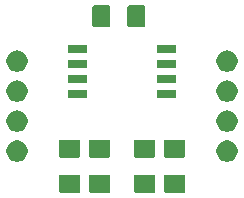
<source format=gbr>
G04 #@! TF.GenerationSoftware,KiCad,Pcbnew,5.1.5-52549c5~84~ubuntu18.04.1*
G04 #@! TF.CreationDate,2019-12-27T14:58:41-07:00*
G04 #@! TF.ProjectId,001,3030312e-6b69-4636-9164-5f7063625858,rev?*
G04 #@! TF.SameCoordinates,Original*
G04 #@! TF.FileFunction,Soldermask,Top*
G04 #@! TF.FilePolarity,Negative*
%FSLAX46Y46*%
G04 Gerber Fmt 4.6, Leading zero omitted, Abs format (unit mm)*
G04 Created by KiCad (PCBNEW 5.1.5-52549c5~84~ubuntu18.04.1) date 2019-12-27 14:58:41*
%MOMM*%
%LPD*%
G04 APERTURE LIST*
%ADD10C,0.100000*%
G04 APERTURE END LIST*
D10*
G36*
X139205562Y-90898181D02*
G01*
X139240481Y-90908774D01*
X139272663Y-90925976D01*
X139300873Y-90949127D01*
X139324024Y-90977337D01*
X139341226Y-91009519D01*
X139351819Y-91044438D01*
X139356000Y-91086895D01*
X139356000Y-92228105D01*
X139351819Y-92270562D01*
X139341226Y-92305481D01*
X139324024Y-92337663D01*
X139300873Y-92365873D01*
X139272663Y-92389024D01*
X139240481Y-92406226D01*
X139205562Y-92416819D01*
X139163105Y-92421000D01*
X137696895Y-92421000D01*
X137654438Y-92416819D01*
X137619519Y-92406226D01*
X137587337Y-92389024D01*
X137559127Y-92365873D01*
X137535976Y-92337663D01*
X137518774Y-92305481D01*
X137508181Y-92270562D01*
X137504000Y-92228105D01*
X137504000Y-91086895D01*
X137508181Y-91044438D01*
X137518774Y-91009519D01*
X137535976Y-90977337D01*
X137559127Y-90949127D01*
X137587337Y-90925976D01*
X137619519Y-90908774D01*
X137654438Y-90898181D01*
X137696895Y-90894000D01*
X139163105Y-90894000D01*
X139205562Y-90898181D01*
G37*
G36*
X136665562Y-90898181D02*
G01*
X136700481Y-90908774D01*
X136732663Y-90925976D01*
X136760873Y-90949127D01*
X136784024Y-90977337D01*
X136801226Y-91009519D01*
X136811819Y-91044438D01*
X136816000Y-91086895D01*
X136816000Y-92228105D01*
X136811819Y-92270562D01*
X136801226Y-92305481D01*
X136784024Y-92337663D01*
X136760873Y-92365873D01*
X136732663Y-92389024D01*
X136700481Y-92406226D01*
X136665562Y-92416819D01*
X136623105Y-92421000D01*
X135156895Y-92421000D01*
X135114438Y-92416819D01*
X135079519Y-92406226D01*
X135047337Y-92389024D01*
X135019127Y-92365873D01*
X134995976Y-92337663D01*
X134978774Y-92305481D01*
X134968181Y-92270562D01*
X134964000Y-92228105D01*
X134964000Y-91086895D01*
X134968181Y-91044438D01*
X134978774Y-91009519D01*
X134995976Y-90977337D01*
X135019127Y-90949127D01*
X135047337Y-90925976D01*
X135079519Y-90908774D01*
X135114438Y-90898181D01*
X135156895Y-90894000D01*
X136623105Y-90894000D01*
X136665562Y-90898181D01*
G37*
G36*
X145555562Y-90898181D02*
G01*
X145590481Y-90908774D01*
X145622663Y-90925976D01*
X145650873Y-90949127D01*
X145674024Y-90977337D01*
X145691226Y-91009519D01*
X145701819Y-91044438D01*
X145706000Y-91086895D01*
X145706000Y-92228105D01*
X145701819Y-92270562D01*
X145691226Y-92305481D01*
X145674024Y-92337663D01*
X145650873Y-92365873D01*
X145622663Y-92389024D01*
X145590481Y-92406226D01*
X145555562Y-92416819D01*
X145513105Y-92421000D01*
X144046895Y-92421000D01*
X144004438Y-92416819D01*
X143969519Y-92406226D01*
X143937337Y-92389024D01*
X143909127Y-92365873D01*
X143885976Y-92337663D01*
X143868774Y-92305481D01*
X143858181Y-92270562D01*
X143854000Y-92228105D01*
X143854000Y-91086895D01*
X143858181Y-91044438D01*
X143868774Y-91009519D01*
X143885976Y-90977337D01*
X143909127Y-90949127D01*
X143937337Y-90925976D01*
X143969519Y-90908774D01*
X144004438Y-90898181D01*
X144046895Y-90894000D01*
X145513105Y-90894000D01*
X145555562Y-90898181D01*
G37*
G36*
X143015562Y-90898181D02*
G01*
X143050481Y-90908774D01*
X143082663Y-90925976D01*
X143110873Y-90949127D01*
X143134024Y-90977337D01*
X143151226Y-91009519D01*
X143161819Y-91044438D01*
X143166000Y-91086895D01*
X143166000Y-92228105D01*
X143161819Y-92270562D01*
X143151226Y-92305481D01*
X143134024Y-92337663D01*
X143110873Y-92365873D01*
X143082663Y-92389024D01*
X143050481Y-92406226D01*
X143015562Y-92416819D01*
X142973105Y-92421000D01*
X141506895Y-92421000D01*
X141464438Y-92416819D01*
X141429519Y-92406226D01*
X141397337Y-92389024D01*
X141369127Y-92365873D01*
X141345976Y-92337663D01*
X141328774Y-92305481D01*
X141318181Y-92270562D01*
X141314000Y-92228105D01*
X141314000Y-91086895D01*
X141318181Y-91044438D01*
X141328774Y-91009519D01*
X141345976Y-90977337D01*
X141369127Y-90949127D01*
X141397337Y-90925976D01*
X141429519Y-90908774D01*
X141464438Y-90898181D01*
X141506895Y-90894000D01*
X142973105Y-90894000D01*
X143015562Y-90898181D01*
G37*
G36*
X149330518Y-88002337D02*
G01*
X149487812Y-88033624D01*
X149651784Y-88101544D01*
X149799354Y-88200147D01*
X149924853Y-88325646D01*
X150023456Y-88473216D01*
X150091376Y-88637188D01*
X150126000Y-88811259D01*
X150126000Y-88988741D01*
X150091376Y-89162812D01*
X150023456Y-89326784D01*
X149924853Y-89474354D01*
X149799354Y-89599853D01*
X149651784Y-89698456D01*
X149487812Y-89766376D01*
X149338512Y-89796073D01*
X149313742Y-89801000D01*
X149136258Y-89801000D01*
X149111488Y-89796073D01*
X148962188Y-89766376D01*
X148798216Y-89698456D01*
X148650646Y-89599853D01*
X148525147Y-89474354D01*
X148426544Y-89326784D01*
X148358624Y-89162812D01*
X148324000Y-88988741D01*
X148324000Y-88811259D01*
X148358624Y-88637188D01*
X148426544Y-88473216D01*
X148525147Y-88325646D01*
X148650646Y-88200147D01*
X148798216Y-88101544D01*
X148962188Y-88033624D01*
X149119482Y-88002337D01*
X149136258Y-87999000D01*
X149313742Y-87999000D01*
X149330518Y-88002337D01*
G37*
G36*
X131550518Y-88002337D02*
G01*
X131707812Y-88033624D01*
X131871784Y-88101544D01*
X132019354Y-88200147D01*
X132144853Y-88325646D01*
X132243456Y-88473216D01*
X132311376Y-88637188D01*
X132346000Y-88811259D01*
X132346000Y-88988741D01*
X132311376Y-89162812D01*
X132243456Y-89326784D01*
X132144853Y-89474354D01*
X132019354Y-89599853D01*
X131871784Y-89698456D01*
X131707812Y-89766376D01*
X131558512Y-89796073D01*
X131533742Y-89801000D01*
X131356258Y-89801000D01*
X131331488Y-89796073D01*
X131182188Y-89766376D01*
X131018216Y-89698456D01*
X130870646Y-89599853D01*
X130745147Y-89474354D01*
X130646544Y-89326784D01*
X130578624Y-89162812D01*
X130544000Y-88988741D01*
X130544000Y-88811259D01*
X130578624Y-88637188D01*
X130646544Y-88473216D01*
X130745147Y-88325646D01*
X130870646Y-88200147D01*
X131018216Y-88101544D01*
X131182188Y-88033624D01*
X131339482Y-88002337D01*
X131356258Y-87999000D01*
X131533742Y-87999000D01*
X131550518Y-88002337D01*
G37*
G36*
X143015562Y-87923181D02*
G01*
X143050481Y-87933774D01*
X143082663Y-87950976D01*
X143110873Y-87974127D01*
X143134024Y-88002337D01*
X143151226Y-88034519D01*
X143161819Y-88069438D01*
X143166000Y-88111895D01*
X143166000Y-89253105D01*
X143161819Y-89295562D01*
X143151226Y-89330481D01*
X143134024Y-89362663D01*
X143110873Y-89390873D01*
X143082663Y-89414024D01*
X143050481Y-89431226D01*
X143015562Y-89441819D01*
X142973105Y-89446000D01*
X141506895Y-89446000D01*
X141464438Y-89441819D01*
X141429519Y-89431226D01*
X141397337Y-89414024D01*
X141369127Y-89390873D01*
X141345976Y-89362663D01*
X141328774Y-89330481D01*
X141318181Y-89295562D01*
X141314000Y-89253105D01*
X141314000Y-88111895D01*
X141318181Y-88069438D01*
X141328774Y-88034519D01*
X141345976Y-88002337D01*
X141369127Y-87974127D01*
X141397337Y-87950976D01*
X141429519Y-87933774D01*
X141464438Y-87923181D01*
X141506895Y-87919000D01*
X142973105Y-87919000D01*
X143015562Y-87923181D01*
G37*
G36*
X136665562Y-87923181D02*
G01*
X136700481Y-87933774D01*
X136732663Y-87950976D01*
X136760873Y-87974127D01*
X136784024Y-88002337D01*
X136801226Y-88034519D01*
X136811819Y-88069438D01*
X136816000Y-88111895D01*
X136816000Y-89253105D01*
X136811819Y-89295562D01*
X136801226Y-89330481D01*
X136784024Y-89362663D01*
X136760873Y-89390873D01*
X136732663Y-89414024D01*
X136700481Y-89431226D01*
X136665562Y-89441819D01*
X136623105Y-89446000D01*
X135156895Y-89446000D01*
X135114438Y-89441819D01*
X135079519Y-89431226D01*
X135047337Y-89414024D01*
X135019127Y-89390873D01*
X134995976Y-89362663D01*
X134978774Y-89330481D01*
X134968181Y-89295562D01*
X134964000Y-89253105D01*
X134964000Y-88111895D01*
X134968181Y-88069438D01*
X134978774Y-88034519D01*
X134995976Y-88002337D01*
X135019127Y-87974127D01*
X135047337Y-87950976D01*
X135079519Y-87933774D01*
X135114438Y-87923181D01*
X135156895Y-87919000D01*
X136623105Y-87919000D01*
X136665562Y-87923181D01*
G37*
G36*
X145555562Y-87923181D02*
G01*
X145590481Y-87933774D01*
X145622663Y-87950976D01*
X145650873Y-87974127D01*
X145674024Y-88002337D01*
X145691226Y-88034519D01*
X145701819Y-88069438D01*
X145706000Y-88111895D01*
X145706000Y-89253105D01*
X145701819Y-89295562D01*
X145691226Y-89330481D01*
X145674024Y-89362663D01*
X145650873Y-89390873D01*
X145622663Y-89414024D01*
X145590481Y-89431226D01*
X145555562Y-89441819D01*
X145513105Y-89446000D01*
X144046895Y-89446000D01*
X144004438Y-89441819D01*
X143969519Y-89431226D01*
X143937337Y-89414024D01*
X143909127Y-89390873D01*
X143885976Y-89362663D01*
X143868774Y-89330481D01*
X143858181Y-89295562D01*
X143854000Y-89253105D01*
X143854000Y-88111895D01*
X143858181Y-88069438D01*
X143868774Y-88034519D01*
X143885976Y-88002337D01*
X143909127Y-87974127D01*
X143937337Y-87950976D01*
X143969519Y-87933774D01*
X144004438Y-87923181D01*
X144046895Y-87919000D01*
X145513105Y-87919000D01*
X145555562Y-87923181D01*
G37*
G36*
X139205562Y-87923181D02*
G01*
X139240481Y-87933774D01*
X139272663Y-87950976D01*
X139300873Y-87974127D01*
X139324024Y-88002337D01*
X139341226Y-88034519D01*
X139351819Y-88069438D01*
X139356000Y-88111895D01*
X139356000Y-89253105D01*
X139351819Y-89295562D01*
X139341226Y-89330481D01*
X139324024Y-89362663D01*
X139300873Y-89390873D01*
X139272663Y-89414024D01*
X139240481Y-89431226D01*
X139205562Y-89441819D01*
X139163105Y-89446000D01*
X137696895Y-89446000D01*
X137654438Y-89441819D01*
X137619519Y-89431226D01*
X137587337Y-89414024D01*
X137559127Y-89390873D01*
X137535976Y-89362663D01*
X137518774Y-89330481D01*
X137508181Y-89295562D01*
X137504000Y-89253105D01*
X137504000Y-88111895D01*
X137508181Y-88069438D01*
X137518774Y-88034519D01*
X137535976Y-88002337D01*
X137559127Y-87974127D01*
X137587337Y-87950976D01*
X137619519Y-87933774D01*
X137654438Y-87923181D01*
X137696895Y-87919000D01*
X139163105Y-87919000D01*
X139205562Y-87923181D01*
G37*
G36*
X131558512Y-85463927D02*
G01*
X131707812Y-85493624D01*
X131871784Y-85561544D01*
X132019354Y-85660147D01*
X132144853Y-85785646D01*
X132243456Y-85933216D01*
X132311376Y-86097188D01*
X132346000Y-86271259D01*
X132346000Y-86448741D01*
X132311376Y-86622812D01*
X132243456Y-86786784D01*
X132144853Y-86934354D01*
X132019354Y-87059853D01*
X131871784Y-87158456D01*
X131707812Y-87226376D01*
X131558512Y-87256073D01*
X131533742Y-87261000D01*
X131356258Y-87261000D01*
X131331488Y-87256073D01*
X131182188Y-87226376D01*
X131018216Y-87158456D01*
X130870646Y-87059853D01*
X130745147Y-86934354D01*
X130646544Y-86786784D01*
X130578624Y-86622812D01*
X130544000Y-86448741D01*
X130544000Y-86271259D01*
X130578624Y-86097188D01*
X130646544Y-85933216D01*
X130745147Y-85785646D01*
X130870646Y-85660147D01*
X131018216Y-85561544D01*
X131182188Y-85493624D01*
X131331488Y-85463927D01*
X131356258Y-85459000D01*
X131533742Y-85459000D01*
X131558512Y-85463927D01*
G37*
G36*
X149338512Y-85463927D02*
G01*
X149487812Y-85493624D01*
X149651784Y-85561544D01*
X149799354Y-85660147D01*
X149924853Y-85785646D01*
X150023456Y-85933216D01*
X150091376Y-86097188D01*
X150126000Y-86271259D01*
X150126000Y-86448741D01*
X150091376Y-86622812D01*
X150023456Y-86786784D01*
X149924853Y-86934354D01*
X149799354Y-87059853D01*
X149651784Y-87158456D01*
X149487812Y-87226376D01*
X149338512Y-87256073D01*
X149313742Y-87261000D01*
X149136258Y-87261000D01*
X149111488Y-87256073D01*
X148962188Y-87226376D01*
X148798216Y-87158456D01*
X148650646Y-87059853D01*
X148525147Y-86934354D01*
X148426544Y-86786784D01*
X148358624Y-86622812D01*
X148324000Y-86448741D01*
X148324000Y-86271259D01*
X148358624Y-86097188D01*
X148426544Y-85933216D01*
X148525147Y-85785646D01*
X148650646Y-85660147D01*
X148798216Y-85561544D01*
X148962188Y-85493624D01*
X149111488Y-85463927D01*
X149136258Y-85459000D01*
X149313742Y-85459000D01*
X149338512Y-85463927D01*
G37*
G36*
X131558512Y-82923927D02*
G01*
X131707812Y-82953624D01*
X131871784Y-83021544D01*
X132019354Y-83120147D01*
X132144853Y-83245646D01*
X132243456Y-83393216D01*
X132311376Y-83557188D01*
X132346000Y-83731259D01*
X132346000Y-83908741D01*
X132311376Y-84082812D01*
X132243456Y-84246784D01*
X132144853Y-84394354D01*
X132019354Y-84519853D01*
X131871784Y-84618456D01*
X131707812Y-84686376D01*
X131558512Y-84716073D01*
X131533742Y-84721000D01*
X131356258Y-84721000D01*
X131331488Y-84716073D01*
X131182188Y-84686376D01*
X131018216Y-84618456D01*
X130870646Y-84519853D01*
X130745147Y-84394354D01*
X130646544Y-84246784D01*
X130578624Y-84082812D01*
X130544000Y-83908741D01*
X130544000Y-83731259D01*
X130578624Y-83557188D01*
X130646544Y-83393216D01*
X130745147Y-83245646D01*
X130870646Y-83120147D01*
X131018216Y-83021544D01*
X131182188Y-82953624D01*
X131331488Y-82923927D01*
X131356258Y-82919000D01*
X131533742Y-82919000D01*
X131558512Y-82923927D01*
G37*
G36*
X149338512Y-82923927D02*
G01*
X149487812Y-82953624D01*
X149651784Y-83021544D01*
X149799354Y-83120147D01*
X149924853Y-83245646D01*
X150023456Y-83393216D01*
X150091376Y-83557188D01*
X150126000Y-83731259D01*
X150126000Y-83908741D01*
X150091376Y-84082812D01*
X150023456Y-84246784D01*
X149924853Y-84394354D01*
X149799354Y-84519853D01*
X149651784Y-84618456D01*
X149487812Y-84686376D01*
X149338512Y-84716073D01*
X149313742Y-84721000D01*
X149136258Y-84721000D01*
X149111488Y-84716073D01*
X148962188Y-84686376D01*
X148798216Y-84618456D01*
X148650646Y-84519853D01*
X148525147Y-84394354D01*
X148426544Y-84246784D01*
X148358624Y-84082812D01*
X148324000Y-83908741D01*
X148324000Y-83731259D01*
X148358624Y-83557188D01*
X148426544Y-83393216D01*
X148525147Y-83245646D01*
X148650646Y-83120147D01*
X148798216Y-83021544D01*
X148962188Y-82953624D01*
X149111488Y-82923927D01*
X149136258Y-82919000D01*
X149313742Y-82919000D01*
X149338512Y-82923927D01*
G37*
G36*
X137386000Y-84399600D02*
G01*
X135784000Y-84399600D01*
X135784000Y-83697600D01*
X137386000Y-83697600D01*
X137386000Y-84399600D01*
G37*
G36*
X144886000Y-84399600D02*
G01*
X143284000Y-84399600D01*
X143284000Y-83697600D01*
X144886000Y-83697600D01*
X144886000Y-84399600D01*
G37*
G36*
X144886000Y-83129600D02*
G01*
X143284000Y-83129600D01*
X143284000Y-82427600D01*
X144886000Y-82427600D01*
X144886000Y-83129600D01*
G37*
G36*
X137386000Y-83129600D02*
G01*
X135784000Y-83129600D01*
X135784000Y-82427600D01*
X137386000Y-82427600D01*
X137386000Y-83129600D01*
G37*
G36*
X149338512Y-80383927D02*
G01*
X149487812Y-80413624D01*
X149651784Y-80481544D01*
X149799354Y-80580147D01*
X149924853Y-80705646D01*
X150023456Y-80853216D01*
X150091376Y-81017188D01*
X150126000Y-81191259D01*
X150126000Y-81368741D01*
X150091376Y-81542812D01*
X150023456Y-81706784D01*
X149924853Y-81854354D01*
X149799354Y-81979853D01*
X149651784Y-82078456D01*
X149487812Y-82146376D01*
X149338512Y-82176073D01*
X149313742Y-82181000D01*
X149136258Y-82181000D01*
X149111488Y-82176073D01*
X148962188Y-82146376D01*
X148798216Y-82078456D01*
X148650646Y-81979853D01*
X148525147Y-81854354D01*
X148426544Y-81706784D01*
X148358624Y-81542812D01*
X148324000Y-81368741D01*
X148324000Y-81191259D01*
X148358624Y-81017188D01*
X148426544Y-80853216D01*
X148525147Y-80705646D01*
X148650646Y-80580147D01*
X148798216Y-80481544D01*
X148962188Y-80413624D01*
X149111488Y-80383927D01*
X149136258Y-80379000D01*
X149313742Y-80379000D01*
X149338512Y-80383927D01*
G37*
G36*
X131558512Y-80383927D02*
G01*
X131707812Y-80413624D01*
X131871784Y-80481544D01*
X132019354Y-80580147D01*
X132144853Y-80705646D01*
X132243456Y-80853216D01*
X132311376Y-81017188D01*
X132346000Y-81191259D01*
X132346000Y-81368741D01*
X132311376Y-81542812D01*
X132243456Y-81706784D01*
X132144853Y-81854354D01*
X132019354Y-81979853D01*
X131871784Y-82078456D01*
X131707812Y-82146376D01*
X131558512Y-82176073D01*
X131533742Y-82181000D01*
X131356258Y-82181000D01*
X131331488Y-82176073D01*
X131182188Y-82146376D01*
X131018216Y-82078456D01*
X130870646Y-81979853D01*
X130745147Y-81854354D01*
X130646544Y-81706784D01*
X130578624Y-81542812D01*
X130544000Y-81368741D01*
X130544000Y-81191259D01*
X130578624Y-81017188D01*
X130646544Y-80853216D01*
X130745147Y-80705646D01*
X130870646Y-80580147D01*
X131018216Y-80481544D01*
X131182188Y-80413624D01*
X131331488Y-80383927D01*
X131356258Y-80379000D01*
X131533742Y-80379000D01*
X131558512Y-80383927D01*
G37*
G36*
X137386000Y-81859600D02*
G01*
X135784000Y-81859600D01*
X135784000Y-81157600D01*
X137386000Y-81157600D01*
X137386000Y-81859600D01*
G37*
G36*
X144886000Y-81859600D02*
G01*
X143284000Y-81859600D01*
X143284000Y-81157600D01*
X144886000Y-81157600D01*
X144886000Y-81859600D01*
G37*
G36*
X137386000Y-80589600D02*
G01*
X135784000Y-80589600D01*
X135784000Y-79887600D01*
X137386000Y-79887600D01*
X137386000Y-80589600D01*
G37*
G36*
X144886000Y-80589600D02*
G01*
X143284000Y-80589600D01*
X143284000Y-79887600D01*
X144886000Y-79887600D01*
X144886000Y-80589600D01*
G37*
G36*
X139181162Y-76548181D02*
G01*
X139216081Y-76558774D01*
X139248263Y-76575976D01*
X139276473Y-76599127D01*
X139299624Y-76627337D01*
X139316826Y-76659519D01*
X139327419Y-76694438D01*
X139331600Y-76736895D01*
X139331600Y-78203105D01*
X139327419Y-78245562D01*
X139316826Y-78280481D01*
X139299624Y-78312663D01*
X139276473Y-78340873D01*
X139248263Y-78364024D01*
X139216081Y-78381226D01*
X139181162Y-78391819D01*
X139138705Y-78396000D01*
X137997495Y-78396000D01*
X137955038Y-78391819D01*
X137920119Y-78381226D01*
X137887937Y-78364024D01*
X137859727Y-78340873D01*
X137836576Y-78312663D01*
X137819374Y-78280481D01*
X137808781Y-78245562D01*
X137804600Y-78203105D01*
X137804600Y-76736895D01*
X137808781Y-76694438D01*
X137819374Y-76659519D01*
X137836576Y-76627337D01*
X137859727Y-76599127D01*
X137887937Y-76575976D01*
X137920119Y-76558774D01*
X137955038Y-76548181D01*
X137997495Y-76544000D01*
X139138705Y-76544000D01*
X139181162Y-76548181D01*
G37*
G36*
X142156162Y-76548181D02*
G01*
X142191081Y-76558774D01*
X142223263Y-76575976D01*
X142251473Y-76599127D01*
X142274624Y-76627337D01*
X142291826Y-76659519D01*
X142302419Y-76694438D01*
X142306600Y-76736895D01*
X142306600Y-78203105D01*
X142302419Y-78245562D01*
X142291826Y-78280481D01*
X142274624Y-78312663D01*
X142251473Y-78340873D01*
X142223263Y-78364024D01*
X142191081Y-78381226D01*
X142156162Y-78391819D01*
X142113705Y-78396000D01*
X140972495Y-78396000D01*
X140930038Y-78391819D01*
X140895119Y-78381226D01*
X140862937Y-78364024D01*
X140834727Y-78340873D01*
X140811576Y-78312663D01*
X140794374Y-78280481D01*
X140783781Y-78245562D01*
X140779600Y-78203105D01*
X140779600Y-76736895D01*
X140783781Y-76694438D01*
X140794374Y-76659519D01*
X140811576Y-76627337D01*
X140834727Y-76599127D01*
X140862937Y-76575976D01*
X140895119Y-76558774D01*
X140930038Y-76548181D01*
X140972495Y-76544000D01*
X142113705Y-76544000D01*
X142156162Y-76548181D01*
G37*
M02*

</source>
